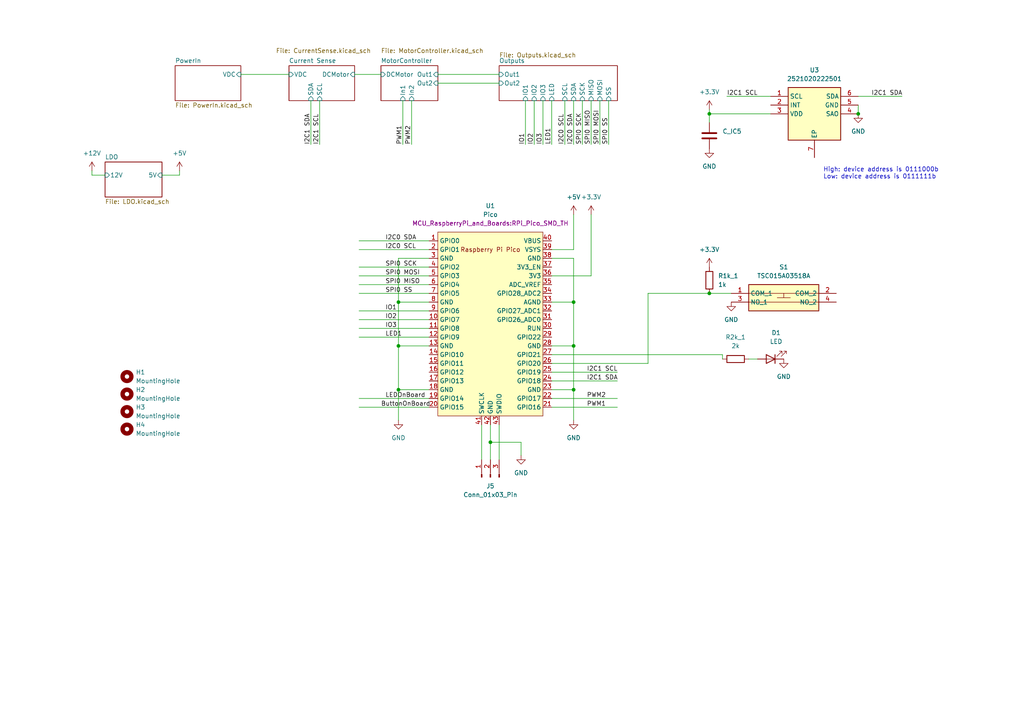
<source format=kicad_sch>
(kicad_sch (version 20230121) (generator eeschema)
  (paper "A4")
  (lib_symbols
    (symbol "Connector:Conn_01x03_Pin" (pin_names (offset 1.016) hide)
      (property "Reference" "J" (at 0 5.08 0))
      (property "Value" "Conn_01x03_Pin" (at 0 -5.08 0))
      (symbol "Conn_01x03_Pin_1_1"
        (polyline (pts (xy 1.27 -2.54) (xy 0.8636 -2.54)) (stroke (width 0.1524)))
        (polyline (pts (xy 1.27 0) (xy 0.8636 0)) (stroke (width 0.1524)))
        (polyline (pts (xy 1.27 2.54) (xy 0.8636 2.54)) (stroke (width 0.1524)))
        (rectangle (start 0.8636 -2.413) (end 0 -2.667) (stroke (width 0.1524)) (fill (type outline)))
        (rectangle (start 0.8636 0.127) (end 0 -0.127) (stroke (width 0.1524)) (fill (type outline)))
        (rectangle (start 0.8636 2.667) (end 0 2.413) (stroke (width 0.1524)) (fill (type outline)))
        (pin passive line (at 5.08 2.54 180) (length 3.81) (name "Pin_1") (number "1"))
        (pin passive line (at 5.08 0 180) (length 3.81) (name "Pin_2") (number "2"))
        (pin passive line (at 5.08 -2.54 180) (length 3.81) (name "Pin_3") (number "3"))
      )
    )
    (symbol "Device:LED" (pin_numbers hide) (pin_names (offset 1.016) hide)
      (property "Reference" "D" (at 0 2.54 0))
      (property "Value" "LED" (at 0 -2.54 0))
      (symbol "LED_0_1"
        (polyline (pts (xy -1.27 -1.27) (xy -1.27 1.27)) (stroke (width 0.254)))
        (polyline (pts (xy -1.27 0) (xy 1.27 0)))
        (polyline (pts (xy 1.27 -1.27) (xy 1.27 1.27) (xy -1.27 0) (xy 1.27 -1.27)) (stroke (width 0.254)))
        (polyline (pts (xy -3.048 -0.762) (xy -4.572 -2.286) (xy -3.81 -2.286) (xy -4.572 -2.286) (xy -4.572 -1.524)))
        (polyline (pts (xy -1.778 -0.762) (xy -3.302 -2.286) (xy -2.54 -2.286) (xy -3.302 -2.286) (xy -3.302 -1.524)))
      )
      (symbol "LED_1_1"
        (pin passive line (at -3.81 0 0) (length 2.54) (name "K") (number "1"))
        (pin passive line (at 3.81 0 180) (length 2.54) (name "A") (number "2"))
      )
    )
    (symbol "Device:R" (pin_numbers hide) (pin_names (offset 0))
      (property "Reference" "R" (at 2.032 0 90))
      (property "Value" "R" (at 0 0 90))
      (symbol "R_0_1"
        (rectangle (start -1.016 -2.54) (end 1.016 2.54) (stroke (width 0.254)))
      )
      (symbol "R_1_1"
        (pin passive line (at 0 3.81 270) (length 1.27) (name "~") (number "1"))
        (pin passive line (at 0 -3.81 90) (length 1.27) (name "~") (number "2"))
      )
    )
    (symbol "MCU_RaspberryPi_and_Boards:Pico"
      (property "Reference" "U" (at -13.97 27.94 0))
      (property "Value" "Pico" (at 0 19.05 0))
      (property "Footprint" "MCU_RaspberryPi_and_Boards:RPi_Pico_SMD_TH" (at 0 0 90))
      (symbol "Pico_0_0"
        (text "Raspberry Pi Pico" (at 0 21.59 0) (effects (font (size 1.27 1.27))))
      )
      (symbol "Pico_0_1"
        (rectangle (start -15.24 26.67) (end 15.24 -26.67) (fill (type background)))
      )
      (symbol "Pico_1_1"
        (pin bidirectional line (at -17.78 24.13 0) (length 2.54) (name "GPIO0") (number "1"))
        (pin bidirectional line (at -17.78 1.27 0) (length 2.54) (name "GPIO7") (number "10"))
        (pin bidirectional line (at -17.78 -1.27 0) (length 2.54) (name "GPIO8") (number "11"))
        (pin bidirectional line (at -17.78 -3.81 0) (length 2.54) (name "GPIO9") (number "12"))
        (pin power_in line (at -17.78 -6.35 0) (length 2.54) (name "GND") (number "13"))
        (pin bidirectional line (at -17.78 -8.89 0) (length 2.54) (name "GPIO10") (number "14"))
        (pin bidirectional line (at -17.78 -11.43 0) (length 2.54) (name "GPIO11") (number "15"))
        (pin bidirectional line (at -17.78 -13.97 0) (length 2.54) (name "GPIO12") (number "16"))
        (pin bidirectional line (at -17.78 -16.51 0) (length 2.54) (name "GPIO13") (number "17"))
        (pin power_in line (at -17.78 -19.05 0) (length 2.54) (name "GND") (number "18"))
        (pin bidirectional line (at -17.78 -21.59 0) (length 2.54) (name "GPIO14") (number "19"))
        (pin bidirectional line (at -17.78 21.59 0) (length 2.54) (name "GPIO1") (number "2"))
        (pin bidirectional line (at -17.78 -24.13 0) (length 2.54) (name "GPIO15") (number "20"))
        (pin bidirectional line (at 17.78 -24.13 180) (length 2.54) (name "GPIO16") (number "21"))
        (pin bidirectional line (at 17.78 -21.59 180) (length 2.54) (name "GPIO17") (number "22"))
        (pin power_in line (at 17.78 -19.05 180) (length 2.54) (name "GND") (number "23"))
        (pin bidirectional line (at 17.78 -16.51 180) (length 2.54) (name "GPIO18") (number "24"))
        (pin bidirectional line (at 17.78 -13.97 180) (length 2.54) (name "GPIO19") (number "25"))
        (pin bidirectional line (at 17.78 -11.43 180) (length 2.54) (name "GPIO20") (number "26"))
        (pin bidirectional line (at 17.78 -8.89 180) (length 2.54) (name "GPIO21") (number "27"))
        (pin power_in line (at 17.78 -6.35 180) (length 2.54) (name "GND") (number "28"))
        (pin bidirectional line (at 17.78 -3.81 180) (length 2.54) (name "GPIO22") (number "29"))
        (pin power_in line (at -17.78 19.05 0) (length 2.54) (name "GND") (number "3"))
        (pin input line (at 17.78 -1.27 180) (length 2.54) (name "RUN") (number "30"))
        (pin bidirectional line (at 17.78 1.27 180) (length 2.54) (name "GPIO26_ADC0") (number "31"))
        (pin bidirectional line (at 17.78 3.81 180) (length 2.54) (name "GPIO27_ADC1") (number "32"))
        (pin power_in line (at 17.78 6.35 180) (length 2.54) (name "AGND") (number "33"))
        (pin bidirectional line (at 17.78 8.89 180) (length 2.54) (name "GPIO28_ADC2") (number "34"))
        (pin power_in line (at 17.78 11.43 180) (length 2.54) (name "ADC_VREF") (number "35"))
        (pin power_in line (at 17.78 13.97 180) (length 2.54) (name "3V3") (number "36"))
        (pin input line (at 17.78 16.51 180) (length 2.54) (name "3V3_EN") (number "37"))
        (pin bidirectional line (at 17.78 19.05 180) (length 2.54) (name "GND") (number "38"))
        (pin power_in line (at 17.78 21.59 180) (length 2.54) (name "VSYS") (number "39"))
        (pin bidirectional line (at -17.78 16.51 0) (length 2.54) (name "GPIO2") (number "4"))
        (pin power_in line (at 17.78 24.13 180) (length 2.54) (name "VBUS") (number "40"))
        (pin input line (at -2.54 -29.21 90) (length 2.54) (name "SWCLK") (number "41"))
        (pin power_in line (at 0 -29.21 90) (length 2.54) (name "GND") (number "42"))
        (pin bidirectional line (at 2.54 -29.21 90) (length 2.54) (name "SWDIO") (number "43"))
        (pin bidirectional line (at -17.78 13.97 0) (length 2.54) (name "GPIO3") (number "5"))
        (pin bidirectional line (at -17.78 11.43 0) (length 2.54) (name "GPIO4") (number "6"))
        (pin bidirectional line (at -17.78 8.89 0) (length 2.54) (name "GPIO5") (number "7"))
        (pin power_in line (at -17.78 6.35 0) (length 2.54) (name "GND") (number "8"))
        (pin bidirectional line (at -17.78 3.81 0) (length 2.54) (name "GPIO6") (number "9"))
      )
    )
    (symbol "Mechanical:MountingHole" (pin_names (offset 1.016))
      (property "Reference" "H" (at 0 5.08 0))
      (property "Value" "MountingHole" (at 0 3.175 0))
      (symbol "MountingHole_0_1"
        (circle (center 0 0) (radius 1.27) (stroke (width 1.27)))
      )
    )
    (symbol "PCM_Capacitor_AKL:C_Disc_D5.0mm_W2.5mm_P5.00mm" (pin_numbers hide) (pin_names (offset 0.254))
      (property "Reference" "C" (at 0.635 2.54 0))
      (property "Value" "C_Disc_D5.0mm_W2.5mm_P5.00mm" (at 0.635 -2.54 0))
      (symbol "C_Disc_D5.0mm_W2.5mm_P5.00mm_0_1"
        (polyline (pts (xy -2.032 -0.762) (xy 2.032 -0.762)) (stroke (width 0.508)))
        (polyline (pts (xy -2.032 0.762) (xy 2.032 0.762)) (stroke (width 0.508)))
      )
      (symbol "C_Disc_D5.0mm_W2.5mm_P5.00mm_1_1"
        (pin passive line (at 0 3.81 270) (length 2.794) (name "~") (number "1"))
        (pin passive line (at 0 -3.81 90) (length 2.794) (name "~") (number "2"))
      )
    )
    (symbol "Samacsys:2521020222501"
      (property "Reference" "IC" (at 21.59 7.62 0))
      (property "Value" "2521020222501" (at 21.59 5.08 0))
      (symbol "2521020222501_1_1"
        (rectangle (start 5.08 2.54) (end 20.32 -12.7) (stroke (width 0.254)) (fill (type background)))
        (pin passive line (at 0 0 0) (length 5.08) (name "SCL") (number "1"))
        (pin passive line (at 0 -2.54 0) (length 5.08) (name "INT") (number "2"))
        (pin passive line (at 0 -5.08 0) (length 5.08) (name "VDD") (number "3"))
        (pin passive line (at 25.4 -5.08 180) (length 5.08) (name "SAO") (number "4"))
        (pin passive line (at 25.4 -2.54 180) (length 5.08) (name "GND") (number "5"))
        (pin passive line (at 25.4 0 180) (length 5.08) (name "SDA") (number "6"))
        (pin passive line (at 12.7 -17.78 90) (length 5.08) (name "EP") (number "7"))
      )
    )
    (symbol "Samacsys:TSC015A03518A"
      (property "Reference" "S" (at 26.67 7.62 0))
      (property "Value" "TSC015A03518A" (at 26.67 5.08 0))
      (symbol "TSC015A03518A_0_1"
        (polyline (pts (xy 5.08 -2.54) (xy 25.4 -2.54)))
        (polyline (pts (xy 5.08 0) (xy 25.4 0)))
        (polyline (pts (xy 13.335 -1.27) (xy 17.145 -1.27)))
        (polyline (pts (xy 15.24 -0.635) (xy 15.24 -1.27)))
        (polyline (pts (xy 15.24 0) (xy 15.24 -0.635)))
      )
      (symbol "TSC015A03518A_1_1"
        (rectangle (start 5.08 2.54) (end 25.4 -5.08) (stroke (width 0.254)) (fill (type background)))
        (pin passive line (at 0 0 0) (length 5.08) (name "COM_1") (number "1"))
        (pin passive line (at 30.48 0 180) (length 5.08) (name "COM_2") (number "2"))
        (pin passive line (at 0 -2.54 0) (length 5.08) (name "NO_1") (number "3"))
        (pin passive line (at 30.48 -2.54 180) (length 5.08) (name "NO_2") (number "4"))
      )
    )
    (symbol "power:+12V" (power) (pin_names (offset 0))
      (property "Value" "+12V" (at 0 3.556 0))
      (symbol "+12V_0_1"
        (polyline (pts (xy -0.762 1.27) (xy 0 2.54)))
        (polyline (pts (xy 0 0) (xy 0 2.54)))
        (polyline (pts (xy 0 2.54) (xy 0.762 1.27)))
      )
      (symbol "+12V_1_1"
        (pin power_in line (at 0 0 90) (length 0) hide (name "+12V") (number "1"))
      )
    )
    (symbol "power:+3.3V" (power) (pin_names (offset 0))
      (property "Value" "+3.3V" (at 0 3.556 0))
      (symbol "+3.3V_0_1"
        (polyline (pts (xy -0.762 1.27) (xy 0 2.54)))
        (polyline (pts (xy 0 0) (xy 0 2.54)))
        (polyline (pts (xy 0 2.54) (xy 0.762 1.27)))
      )
      (symbol "+3.3V_1_1"
        (pin power_in line (at 0 0 90) (length 0) hide (name "+3.3V") (number "1"))
      )
    )
    (symbol "power:+5V" (power) (pin_names (offset 0))
      (property "Value" "+5V" (at 0 3.556 0))
      (symbol "+5V_0_1"
        (polyline (pts (xy -0.762 1.27) (xy 0 2.54)))
        (polyline (pts (xy 0 0) (xy 0 2.54)))
        (polyline (pts (xy 0 2.54) (xy 0.762 1.27)))
      )
      (symbol "+5V_1_1"
        (pin power_in line (at 0 0 90) (length 0) hide (name "+5V") (number "1"))
      )
    )
    (symbol "power:GND" (power) (pin_names (offset 0))
      (property "Value" "GND" (at 0 -3.81 0))
      (symbol "GND_0_1"
        (polyline (pts (xy 0 0) (xy 0 -1.27) (xy 1.27 -1.27) (xy 0 -2.54) (xy -1.27 -1.27) (xy 0 -1.27)))
      )
      (symbol "GND_1_1"
        (pin power_in line (at 0 0 270) (length 0) hide (name "GND") (number "1"))
      )
    )
  )
  (junction (at 115.57 87.63))
  (junction (at 166.37 113.03))
  (junction (at 142.24 128.27))
  (junction (at 205.74 85.09))
  (junction (at 115.57 113.03))
  (junction (at 115.57 100.33))
  (junction (at 166.37 87.63))
  (junction (at 205.74 33.02))
  (junction (at 166.37 100.33))
  (junction (at 248.92 33.02))
  (wire (pts (xy 166.37 87.63) (xy 166.37 100.33)))
  (wire (pts (xy 217.17 104.14) (xy 219.71 104.14)))
  (wire (pts (xy 166.37 29.21) (xy 166.37 41.91)))
  (wire (pts (xy 116.84 29.21) (xy 116.84 41.91)))
  (wire (pts (xy 144.78 123.19) (xy 144.78 133.35)))
  (wire (pts (xy 205.74 33.02) (xy 223.52 33.02)))
  (wire (pts (xy 115.57 74.93) (xy 115.57 87.63)))
  (wire (pts (xy 52.07 50.8) (xy 52.07 49.53)))
  (wire (pts (xy 160.02 113.03) (xy 166.37 113.03)))
  (wire (pts (xy 160.02 72.39) (xy 166.37 72.39)))
  (wire (pts (xy 160.02 115.57) (xy 179.07 115.57)))
  (wire (pts (xy 124.46 74.93) (xy 115.57 74.93)))
  (wire (pts (xy 171.45 29.21) (xy 171.45 41.91)))
  (wire (pts (xy 166.37 100.33) (xy 166.37 113.03)))
  (wire (pts (xy 46.99 50.8) (xy 52.07 50.8)))
  (wire (pts (xy 176.53 29.21) (xy 176.53 41.91)))
  (wire (pts (xy 152.4 29.21) (xy 152.4 41.91)))
  (wire (pts (xy 160.02 80.01) (xy 171.45 80.01)))
  (wire (pts (xy 104.14 115.57) (xy 124.46 115.57)))
  (wire (pts (xy 90.17 29.21) (xy 90.17 41.91)))
  (wire (pts (xy 168.91 29.21) (xy 168.91 41.91)))
  (wire (pts (xy 104.14 95.25) (xy 124.46 95.25)))
  (wire (pts (xy 127 24.13) (xy 144.78 24.13)))
  (wire (pts (xy 160.02 105.41) (xy 187.96 105.41)))
  (wire (pts (xy 26.67 50.8) (xy 30.48 50.8)))
  (wire (pts (xy 69.85 21.59) (xy 83.82 21.59)))
  (wire (pts (xy 166.37 74.93) (xy 166.37 87.63)))
  (wire (pts (xy 92.71 29.21) (xy 92.71 41.91)))
  (wire (pts (xy 26.67 49.53) (xy 26.67 50.8)))
  (wire (pts (xy 166.37 113.03) (xy 166.37 121.92)))
  (wire (pts (xy 160.02 110.49) (xy 179.07 110.49)))
  (wire (pts (xy 104.14 118.11) (xy 124.46 118.11)))
  (wire (pts (xy 187.96 85.09) (xy 187.96 105.41)))
  (wire (pts (xy 151.13 128.27) (xy 142.24 128.27)))
  (wire (pts (xy 248.92 27.94) (xy 261.62 27.94)))
  (wire (pts (xy 115.57 87.63) (xy 115.57 100.33)))
  (wire (pts (xy 102.87 21.59) (xy 110.49 21.59)))
  (wire (pts (xy 119.38 29.21) (xy 119.38 41.91)))
  (wire (pts (xy 142.24 128.27) (xy 142.24 133.35)))
  (wire (pts (xy 104.14 77.47) (xy 124.46 77.47)))
  (wire (pts (xy 115.57 113.03) (xy 115.57 121.92)))
  (wire (pts (xy 160.02 74.93) (xy 166.37 74.93)))
  (wire (pts (xy 104.14 80.01) (xy 124.46 80.01)))
  (wire (pts (xy 157.48 29.21) (xy 157.48 41.91)))
  (wire (pts (xy 127 21.59) (xy 144.78 21.59)))
  (wire (pts (xy 104.14 90.17) (xy 124.46 90.17)))
  (wire (pts (xy 205.74 33.02) (xy 205.74 35.56)))
  (wire (pts (xy 160.02 100.33) (xy 166.37 100.33)))
  (wire (pts (xy 160.02 118.11) (xy 179.07 118.11)))
  (wire (pts (xy 173.99 29.21) (xy 173.99 41.91)))
  (wire (pts (xy 104.14 69.85) (xy 124.46 69.85)))
  (wire (pts (xy 142.24 123.19) (xy 142.24 128.27)))
  (wire (pts (xy 104.14 85.09) (xy 124.46 85.09)))
  (wire (pts (xy 104.14 92.71) (xy 124.46 92.71)))
  (wire (pts (xy 205.74 31.75) (xy 205.74 33.02)))
  (wire (pts (xy 163.83 29.21) (xy 163.83 41.91)))
  (wire (pts (xy 124.46 113.03) (xy 115.57 113.03)))
  (wire (pts (xy 205.74 85.09) (xy 187.96 85.09)))
  (wire (pts (xy 205.74 85.09) (xy 212.09 85.09)))
  (wire (pts (xy 160.02 102.87) (xy 209.55 102.87)))
  (wire (pts (xy 151.13 132.08) (xy 151.13 128.27)))
  (wire (pts (xy 104.14 97.79) (xy 124.46 97.79)))
  (wire (pts (xy 124.46 100.33) (xy 115.57 100.33)))
  (wire (pts (xy 171.45 80.01) (xy 171.45 62.23)))
  (wire (pts (xy 209.55 102.87) (xy 209.55 104.14)))
  (wire (pts (xy 248.92 30.48) (xy 248.92 33.02)))
  (wire (pts (xy 104.14 82.55) (xy 124.46 82.55)))
  (wire (pts (xy 154.94 29.21) (xy 154.94 41.91)))
  (wire (pts (xy 223.52 27.94) (xy 210.82 27.94)))
  (wire (pts (xy 166.37 72.39) (xy 166.37 62.23)))
  (wire (pts (xy 115.57 100.33) (xy 115.57 113.03)))
  (wire (pts (xy 139.7 123.19) (xy 139.7 133.35)))
  (wire (pts (xy 160.02 29.21) (xy 160.02 41.91)))
  (wire (pts (xy 160.02 87.63) (xy 166.37 87.63)))
  (wire (pts (xy 104.14 72.39) (xy 124.46 72.39)))
  (wire (pts (xy 124.46 87.63) (xy 115.57 87.63)))
  (wire (pts (xy 160.02 107.95) (xy 179.07 107.95)))
  (text "High: device address is 0111000b\nLow: device address is 0111111b" (at 238.76 52.07 0) (effects (font (size 1.27 1.27)) (justify left bottom)))
  (label "I2C0 SDA" (at 111.76 69.85 0))
  (label "I2C1 SCL" (at 170.18 107.95 0))
  (label "SPI0 SCK" (at 168.91 41.91 90))
  (label "I2C1 SCL" (at 92.71 41.91 90))
  (label "SPI0 SS" (at 176.53 41.91 90))
  (label "LED1" (at 111.76 97.79 0))
  (label "IO2" (at 111.76 92.71 0))
  (label "PWM2" (at 170.18 115.57 0))
  (label "IO2" (at 154.94 41.91 90))
  (label "ButtonOnBoard" (at 110.49 118.11 0))
  (label "PWM1" (at 170.18 118.11 0))
  (label "I2C0 SCL" (at 163.83 41.91 90))
  (label "IO1" (at 111.76 90.17 0))
  (label "I2C1 SCL" (at 210.82 27.94 0))
  (label "SPI0 MISO" (at 171.45 41.91 90))
  (label "SPI0 MOSI" (at 173.99 41.91 90))
  (label "SPI0 MISO" (at 111.76 82.55 0))
  (label "IO3" (at 157.48 41.91 90))
  (label "I2C0 SDA" (at 166.37 41.91 90))
  (label "I2C1 SDA" (at 252.73 27.94 0))
  (label "PWM1" (at 116.84 41.91 90))
  (label "SPI0 SS" (at 111.76 85.09 0))
  (label "IO3" (at 111.76 95.25 0))
  (label "I2C1 SDA" (at 170.18 110.49 0))
  (label "I2C1 SDA" (at 90.17 41.91 90))
  (label "SPI0 MOSI" (at 111.76 80.01 0))
  (label "PWM2" (at 119.38 41.91 90))
  (label "IO1" (at 152.4 41.91 90))
  (label "LED1" (at 160.02 41.91 90))
  (label "SPI0 SCK" (at 111.76 77.47 0))
  (label "I2C0 SCL" (at 111.76 72.39 0))
  (label "LEDOnBoard" (at 111.76 115.57 0))
  (symbol (lib_id "Mechanical:MountingHole") (at 36.83 119.38 0) (unit 1)
    (property "Reference" "H3" (at 39.37 118.11 0) (effects (justify left)))
    (property "Value" "MountingHole" (at 39.37 120.65 0) (effects (justify left)))
    (property "Footprint" "MountingHole:MountingHole_3.2mm_M3_DIN965" (effects hide))
  )
  (symbol (lib_id "Device:LED") (at 223.52 104.14 180) (unit 1)
    (property "Reference" "D1" (at 225.1075 96.52 0))
    (property "Value" "LED" (at 225.1075 99.06 0))
    (property "Footprint" "LED_SMD:LED_0603_1608Metric_Pad1.05x0.95mm_HandSolder" (effects hide))
  )
  (symbol (lib_id "power:+3.3V") (at 205.74 77.47 0) (unit 1)
    (property "Reference" "#PWR04" (effects hide))
    (property "Value" "+3.3V" (at 205.74 72.39 0))
  )
  (symbol (lib_id "power:+3.3V") (at 205.74 31.75 0) (unit 1)
    (property "Reference" "#PWR050" (effects hide))
    (property "Value" "+3.3V" (at 205.74 26.67 0))
  )
  (symbol (lib_id "power:+5V") (at 166.37 62.23 0) (unit 1)
    (property "Reference" "#PWR017" (effects hide))
    (property "Value" "+5V" (at 166.37 57.15 0))
  )
  (symbol (lib_id "Device:R") (at 213.36 104.14 90) (unit 1)
    (property "Reference" "R2k_1" (at 213.36 97.79 90))
    (property "Value" "2k" (at 213.36 100.33 90))
    (property "Footprint" "Resistor_SMD:R_0805_2012Metric_Pad1.20x1.40mm_HandSolder" (effects hide))
  )
  (symbol (lib_id "PCM_Capacitor_AKL:C_Disc_D5.0mm_W2.5mm_P5.00mm") (at 205.74 39.37 0) (unit 1)
    (property "Reference" "C_IC5" (at 209.55 38.1 0) (effects (justify left)))
    (property "Value" "C_Disc_D5.0mm_W2.5mm_P5.00mm" (effects hide))
    (property "Footprint" "Capacitor_THT:C_Disc_D5.0mm_W2.5mm_P5.00mm" (effects hide))
  )
  (symbol (lib_id "Connector:Conn_01x03_Pin") (at 142.24 138.43 90) (unit 1)
    (property "Reference" "J5" (at 142.24 140.97 90))
    (property "Value" "Conn_01x03_Pin" (at 142.24 143.51 90))
    (property "Footprint" "Connector_PinSocket_2.54mm:PinSocket_1x03_P2.54mm_Vertical" (effects hide))
  )
  (symbol (lib_id "Mechanical:MountingHole") (at 36.83 109.22 0) (unit 1)
    (property "Reference" "H1" (at 39.37 107.95 0) (effects (justify left)))
    (property "Value" "MountingHole" (at 39.37 110.49 0) (effects (justify left)))
    (property "Footprint" "MountingHole:MountingHole_3.2mm_M3_DIN965" (effects hide))
  )
  (symbol (lib_id "power:GND") (at 248.92 33.02 0) (unit 1)
    (property "Reference" "#PWR052" (effects hide))
    (property "Value" "GND" (at 248.92 38.1 0))
  )
  (symbol (lib_id "MCU_RaspberryPi_and_Boards:Pico") (at 142.24 93.98 0) (unit 1)
    (property "Reference" "U1" (at 142.24 59.69 0))
    (property "Value" "Pico" (at 142.24 62.23 0))
    (property "Footprint" "MCU_RaspberryPi_and_Boards:RPi_Pico_SMD_TH" (at 142.24 64.77 0))
  )
  (symbol (lib_id "Samacsys:TSC015A03518A") (at 212.09 85.09 0) (unit 1)
    (property "Reference" "S1" (at 227.33 77.47 0))
    (property "Value" "TSC015A03518A" (at 227.33 80.01 0))
    (property "Footprint" "Samacsys:TSC015A03518A" (effects hide))
    (property "Datasheet" "https://datasheet.lcsc.com/lcsc/2108261830_BZCN-TSC015A03518A_C2888502.pdf" (effects hide))
    (property "Height" "3.6" (effects hide))
    (property "Manufacturer_Name" "BZCN" (effects hide))
    (property "Manufacturer_Part_Number" "TSC015A03518A" (effects hide))
  )
  (symbol (lib_id "Samacsys:2521020222501") (at 223.52 27.94 0) (unit 1)
    (property "Reference" "U3" (at 236.22 20.32 0))
    (property "Value" "2521020222501" (at 236.22 22.86 0))
    (property "Footprint" "Samacsys:SON65P200X200X55-7N-D" (effects hide))
    (property "Datasheet" "https://www.mouser.in/datasheet/2/445/2521020222501-1775792.pdf" (effects hide))
    (property "Height" "0.55" (effects hide))
    (property "Manufacturer_Name" "Wurth Elektronik" (effects hide))
    (property "Manufacturer_Part_Number" "2521020222501" (effects hide))
    (property "Mouser Part Number" "710-2521020222501" (effects hide))
    (property "Mouser Price/Stock" "https://www.mouser.co.uk/ProductDetail/Wurth-Elektronik/2521020222501?qs=OlC7AqGiEDnt0lfVff5Z3w%3D%3D" (effects hide))
  )
  (symbol (lib_id "power:GND") (at 205.74 43.18 0) (unit 1)
    (property "Reference" "#PWR051" (effects hide))
    (property "Value" "GND" (at 205.74 48.26 0))
  )
  (symbol (lib_id "power:+5V") (at 52.07 49.53 0) (unit 1)
    (property "Reference" "#PWR043" (effects hide))
    (property "Value" "+5V" (at 52.07 44.45 0))
  )
  (symbol (lib_id "power:GND") (at 115.57 121.92 0) (unit 1)
    (property "Reference" "#PWR09" (effects hide))
    (property "Value" "GND" (at 115.57 127 0))
  )
  (symbol (lib_id "Device:R") (at 205.74 81.28 0) (unit 1)
    (property "Reference" "R1k_1" (at 208.28 80.01 0) (effects (justify left)))
    (property "Value" "1k" (at 208.28 82.55 0) (effects (justify left)))
    (property "Footprint" "Resistor_THT:R_Axial_DIN0207_L6.3mm_D2.5mm_P7.62mm_Horizontal" (effects hide))
  )
  (symbol (lib_id "power:+12V") (at 26.67 49.53 0) (unit 1)
    (property "Reference" "#PWR042" (effects hide))
    (property "Value" "+12V" (at 26.67 44.45 0))
  )
  (symbol (lib_id "Mechanical:MountingHole") (at 36.83 114.3 0) (unit 1)
    (property "Reference" "H2" (at 39.37 113.03 0) (effects (justify left)))
    (property "Value" "MountingHole" (at 39.37 115.57 0) (effects (justify left)))
    (property "Footprint" "MountingHole:MountingHole_3.2mm_M3_DIN965" (effects hide))
  )
  (symbol (lib_id "Mechanical:MountingHole") (at 36.83 124.46 0) (unit 1)
    (property "Reference" "H4" (at 39.37 123.19 0) (effects (justify left)))
    (property "Value" "MountingHole" (at 39.37 125.73 0) (effects (justify left)))
    (property "Footprint" "MountingHole:MountingHole_3.2mm_M3_DIN965" (effects hide))
  )
  (symbol (lib_id "power:GND") (at 166.37 121.92 0) (unit 1)
    (property "Reference" "#PWR018" (effects hide))
    (property "Value" "GND" (at 166.37 127 0))
  )
  (symbol (lib_id "power:GND") (at 227.33 104.14 0) (unit 1)
    (property "Reference" "#PWR06" (effects hide))
    (property "Value" "GND" (at 227.33 109.22 0))
  )
  (symbol (lib_id "power:GND") (at 151.13 132.08 0) (unit 1)
    (property "Reference" "#PWR014" (effects hide))
    (property "Value" "GND" (at 151.13 137.16 0))
  )
  (symbol (lib_id "power:+3.3V") (at 171.45 62.23 0) (unit 1)
    (property "Reference" "#PWR019" (effects hide))
    (property "Value" "+3.3V" (at 171.45 57.15 0))
  )
  (symbol (lib_id "power:GND") (at 212.09 87.63 0) (unit 1)
    (property "Reference" "#PWR01" (effects hide))
    (property "Value" "GND" (at 212.09 92.71 0))
  )
  (sheet (at 110.49 19.05) (size 16.51 10.16) (stroke (width 0.1524))
    (property "Sheetname" "MotorController" (at 110.49 18.3384 0) (effects (justify left bottom)))
    (property "Sheetfile" "MotorController.kicad_sch" (at 110.49 13.97 0) (effects (justify left top)))
    (pin "DCMotor" input (at 110.49 21.59 180))
    (pin "In2" input (at 119.38 29.21 270))
    (pin "In1" input (at 116.84 29.21 270))
    (pin "Out2" input (at 127 24.13 0))
    (pin "Out1" input (at 127 21.59 0))
  )
  (sheet (at 144.78 19.05) (size 34.29 10.16) (stroke (width 0.1524))
    (property "Sheetname" "Outputs" (at 144.78 18.3384 0) (effects (justify left bottom)))
    (property "Sheetfile" "Outputs.kicad_sch" (at 144.78 15.24 0) (effects (justify left top)))
    (pin "IO1" input (at 152.4 29.21 270))
    (pin "IO3" input (at 157.48 29.21 270))
    (pin "IO2" input (at 154.94 29.21 270))
    (pin "Out2" input (at 144.78 24.13 180))
    (pin "Out1" input (at 144.78 21.59 180))
    (pin "LED" input (at 160.02 29.21 270))
    (pin "SDA" input (at 166.37 29.21 270))
    (pin "SCL" input (at 163.83 29.21 270))
    (pin "MOSI" input (at 173.99 29.21 270))
    (pin "MISO" input (at 171.45 29.21 270))
    (pin "SCK" input (at 168.91 29.21 270))
    (pin "SS" input (at 176.53 29.21 270))
  )
  (sheet (at 30.48 46.99) (size 16.51 10.16) (stroke (width 0.1524))
    (property "Sheetname" "LDO" (at 30.48 46.2784 0) (effects (justify left bottom)))
    (property "Sheetfile" "LDO.kicad_sch" (at 30.48 57.7346 0) (effects (justify left top)))
    (pin "5V" input (at 46.99 50.8 0))
    (pin "12V" input (at 30.48 50.8 180))
  )
  (sheet (at 50.8 19.05) (size 19.05 10.16) (stroke (width 0.1524))
    (property "Sheetname" "PowerIn" (at 50.8 18.3384 0) (effects (justify left bottom)))
    (property "Sheetfile" "PowerIn.kicad_sch" (at 50.8 29.7946 0) (effects (justify left top)))
    (pin "VDC" input (at 69.85 21.59 0))
  )
  (sheet (at 83.82 19.05) (size 19.05 10.16) (stroke (width 0.1524))
    (property "Sheetname" "Current Sense" (at 83.82 18.3384 0) (effects (justify left bottom)))
    (property "Sheetfile" "CurrentSense.kicad_sch" (at 80.01 13.97 0) (effects (justify left top)))
    (pin "SCL" input (at 92.71 29.21 270))
    (pin "DCMotor" input (at 102.87 21.59 0))
    (pin "SDA" input (at 90.17 29.21 270))
    (pin "VDC" input (at 83.82 21.59 180))
  )
)
</source>
